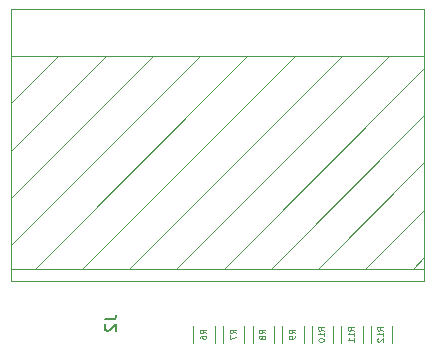
<source format=gbr>
%TF.GenerationSoftware,KiCad,Pcbnew,(6.0.0-0)*%
%TF.CreationDate,2021-12-30T08:19:41+00:00*%
%TF.ProjectId,EnvMon,456e764d-6f6e-42e6-9b69-6361645f7063,4*%
%TF.SameCoordinates,Original*%
%TF.FileFunction,Legend,Bot*%
%TF.FilePolarity,Positive*%
%FSLAX46Y46*%
G04 Gerber Fmt 4.6, Leading zero omitted, Abs format (unit mm)*
G04 Created by KiCad (PCBNEW (6.0.0-0)) date 2021-12-30 08:19:41*
%MOMM*%
%LPD*%
G01*
G04 APERTURE LIST*
%ADD10C,0.150000*%
%ADD11C,0.080000*%
%ADD12C,0.120000*%
G04 APERTURE END LIST*
D10*
%TO.C,J2*%
X103112380Y-95666666D02*
X103826666Y-95666666D01*
X103969523Y-95619047D01*
X104064761Y-95523809D01*
X104112380Y-95380952D01*
X104112380Y-95285714D01*
X103207619Y-96095238D02*
X103160000Y-96142857D01*
X103112380Y-96238095D01*
X103112380Y-96476190D01*
X103160000Y-96571428D01*
X103207619Y-96619047D01*
X103302857Y-96666666D01*
X103398095Y-96666666D01*
X103540952Y-96619047D01*
X104112380Y-96047619D01*
X104112380Y-96666666D01*
D11*
%TO.C,R12*%
X126706190Y-96628571D02*
X126468095Y-96461904D01*
X126706190Y-96342857D02*
X126206190Y-96342857D01*
X126206190Y-96533333D01*
X126230000Y-96580952D01*
X126253809Y-96604761D01*
X126301428Y-96628571D01*
X126372857Y-96628571D01*
X126420476Y-96604761D01*
X126444285Y-96580952D01*
X126468095Y-96533333D01*
X126468095Y-96342857D01*
X126706190Y-97104761D02*
X126706190Y-96819047D01*
X126706190Y-96961904D02*
X126206190Y-96961904D01*
X126277619Y-96914285D01*
X126325238Y-96866666D01*
X126349047Y-96819047D01*
X126253809Y-97295238D02*
X126230000Y-97319047D01*
X126206190Y-97366666D01*
X126206190Y-97485714D01*
X126230000Y-97533333D01*
X126253809Y-97557142D01*
X126301428Y-97580952D01*
X126349047Y-97580952D01*
X126420476Y-97557142D01*
X126706190Y-97271428D01*
X126706190Y-97580952D01*
%TO.C,R11*%
X124206190Y-96628571D02*
X123968095Y-96461904D01*
X124206190Y-96342857D02*
X123706190Y-96342857D01*
X123706190Y-96533333D01*
X123730000Y-96580952D01*
X123753809Y-96604761D01*
X123801428Y-96628571D01*
X123872857Y-96628571D01*
X123920476Y-96604761D01*
X123944285Y-96580952D01*
X123968095Y-96533333D01*
X123968095Y-96342857D01*
X124206190Y-97104761D02*
X124206190Y-96819047D01*
X124206190Y-96961904D02*
X123706190Y-96961904D01*
X123777619Y-96914285D01*
X123825238Y-96866666D01*
X123849047Y-96819047D01*
X124206190Y-97580952D02*
X124206190Y-97295238D01*
X124206190Y-97438095D02*
X123706190Y-97438095D01*
X123777619Y-97390476D01*
X123825238Y-97342857D01*
X123849047Y-97295238D01*
%TO.C,R10*%
X121706190Y-96628571D02*
X121468095Y-96461904D01*
X121706190Y-96342857D02*
X121206190Y-96342857D01*
X121206190Y-96533333D01*
X121230000Y-96580952D01*
X121253809Y-96604761D01*
X121301428Y-96628571D01*
X121372857Y-96628571D01*
X121420476Y-96604761D01*
X121444285Y-96580952D01*
X121468095Y-96533333D01*
X121468095Y-96342857D01*
X121706190Y-97104761D02*
X121706190Y-96819047D01*
X121706190Y-96961904D02*
X121206190Y-96961904D01*
X121277619Y-96914285D01*
X121325238Y-96866666D01*
X121349047Y-96819047D01*
X121206190Y-97414285D02*
X121206190Y-97461904D01*
X121230000Y-97509523D01*
X121253809Y-97533333D01*
X121301428Y-97557142D01*
X121396666Y-97580952D01*
X121515714Y-97580952D01*
X121610952Y-97557142D01*
X121658571Y-97533333D01*
X121682380Y-97509523D01*
X121706190Y-97461904D01*
X121706190Y-97414285D01*
X121682380Y-97366666D01*
X121658571Y-97342857D01*
X121610952Y-97319047D01*
X121515714Y-97295238D01*
X121396666Y-97295238D01*
X121301428Y-97319047D01*
X121253809Y-97342857D01*
X121230000Y-97366666D01*
X121206190Y-97414285D01*
%TO.C,R9*%
X119206190Y-96866666D02*
X118968095Y-96700000D01*
X119206190Y-96580952D02*
X118706190Y-96580952D01*
X118706190Y-96771428D01*
X118730000Y-96819047D01*
X118753809Y-96842857D01*
X118801428Y-96866666D01*
X118872857Y-96866666D01*
X118920476Y-96842857D01*
X118944285Y-96819047D01*
X118968095Y-96771428D01*
X118968095Y-96580952D01*
X119206190Y-97104761D02*
X119206190Y-97200000D01*
X119182380Y-97247619D01*
X119158571Y-97271428D01*
X119087142Y-97319047D01*
X118991904Y-97342857D01*
X118801428Y-97342857D01*
X118753809Y-97319047D01*
X118730000Y-97295238D01*
X118706190Y-97247619D01*
X118706190Y-97152380D01*
X118730000Y-97104761D01*
X118753809Y-97080952D01*
X118801428Y-97057142D01*
X118920476Y-97057142D01*
X118968095Y-97080952D01*
X118991904Y-97104761D01*
X119015714Y-97152380D01*
X119015714Y-97247619D01*
X118991904Y-97295238D01*
X118968095Y-97319047D01*
X118920476Y-97342857D01*
%TO.C,R8*%
X116706190Y-96866666D02*
X116468095Y-96700000D01*
X116706190Y-96580952D02*
X116206190Y-96580952D01*
X116206190Y-96771428D01*
X116230000Y-96819047D01*
X116253809Y-96842857D01*
X116301428Y-96866666D01*
X116372857Y-96866666D01*
X116420476Y-96842857D01*
X116444285Y-96819047D01*
X116468095Y-96771428D01*
X116468095Y-96580952D01*
X116420476Y-97152380D02*
X116396666Y-97104761D01*
X116372857Y-97080952D01*
X116325238Y-97057142D01*
X116301428Y-97057142D01*
X116253809Y-97080952D01*
X116230000Y-97104761D01*
X116206190Y-97152380D01*
X116206190Y-97247619D01*
X116230000Y-97295238D01*
X116253809Y-97319047D01*
X116301428Y-97342857D01*
X116325238Y-97342857D01*
X116372857Y-97319047D01*
X116396666Y-97295238D01*
X116420476Y-97247619D01*
X116420476Y-97152380D01*
X116444285Y-97104761D01*
X116468095Y-97080952D01*
X116515714Y-97057142D01*
X116610952Y-97057142D01*
X116658571Y-97080952D01*
X116682380Y-97104761D01*
X116706190Y-97152380D01*
X116706190Y-97247619D01*
X116682380Y-97295238D01*
X116658571Y-97319047D01*
X116610952Y-97342857D01*
X116515714Y-97342857D01*
X116468095Y-97319047D01*
X116444285Y-97295238D01*
X116420476Y-97247619D01*
%TO.C,R7*%
X114206190Y-96866666D02*
X113968095Y-96700000D01*
X114206190Y-96580952D02*
X113706190Y-96580952D01*
X113706190Y-96771428D01*
X113730000Y-96819047D01*
X113753809Y-96842857D01*
X113801428Y-96866666D01*
X113872857Y-96866666D01*
X113920476Y-96842857D01*
X113944285Y-96819047D01*
X113968095Y-96771428D01*
X113968095Y-96580952D01*
X113706190Y-97033333D02*
X113706190Y-97366666D01*
X114206190Y-97152380D01*
%TO.C,R6*%
X111706190Y-96866666D02*
X111468095Y-96700000D01*
X111706190Y-96580952D02*
X111206190Y-96580952D01*
X111206190Y-96771428D01*
X111230000Y-96819047D01*
X111253809Y-96842857D01*
X111301428Y-96866666D01*
X111372857Y-96866666D01*
X111420476Y-96842857D01*
X111444285Y-96819047D01*
X111468095Y-96771428D01*
X111468095Y-96580952D01*
X111206190Y-97295238D02*
X111206190Y-97200000D01*
X111230000Y-97152380D01*
X111253809Y-97128571D01*
X111325238Y-97080952D01*
X111420476Y-97057142D01*
X111610952Y-97057142D01*
X111658571Y-97080952D01*
X111682380Y-97104761D01*
X111706190Y-97152380D01*
X111706190Y-97247619D01*
X111682380Y-97295238D01*
X111658571Y-97319047D01*
X111610952Y-97342857D01*
X111491904Y-97342857D01*
X111444285Y-97319047D01*
X111420476Y-97295238D01*
X111396666Y-97247619D01*
X111396666Y-97152380D01*
X111420476Y-97104761D01*
X111444285Y-97080952D01*
X111491904Y-97057142D01*
D12*
%TO.C,M1*%
X130200000Y-69400000D02*
X95200000Y-69400000D01*
X95200000Y-69400000D02*
X95200000Y-92400000D01*
X95200000Y-92400000D02*
X130200000Y-92400000D01*
X130200000Y-92400000D02*
X130200000Y-69400000D01*
X95200000Y-73400000D02*
X130200000Y-73400000D01*
X95200000Y-91400000D02*
X130200000Y-91400000D01*
X95200000Y-77400000D02*
X99200000Y-73400000D01*
X95200000Y-81400000D02*
X103200000Y-73400000D01*
X95200000Y-85400000D02*
X107200000Y-73400000D01*
X95200000Y-89400000D02*
X111200000Y-73400000D01*
X97200000Y-91400000D02*
X115200000Y-73400000D01*
X101200000Y-91400000D02*
X119200000Y-73400000D01*
X105200000Y-91400000D02*
X123200000Y-73400000D01*
X109200000Y-91400000D02*
X127200000Y-73400000D01*
X113200000Y-91400000D02*
X130200000Y-74400000D01*
X117200000Y-91400000D02*
X130200000Y-78400000D01*
X121200000Y-91400000D02*
X130200000Y-82400000D01*
X125200000Y-91400000D02*
X130200000Y-86400000D01*
X129200000Y-91400000D02*
X130200000Y-90400000D01*
%TO.C,R12*%
X125640000Y-96222936D02*
X125640000Y-97677064D01*
X127460000Y-96222936D02*
X127460000Y-97677064D01*
%TO.C,R11*%
X123140000Y-96222936D02*
X123140000Y-97677064D01*
X124960000Y-96222936D02*
X124960000Y-97677064D01*
%TO.C,R10*%
X120640000Y-96222936D02*
X120640000Y-97677064D01*
X122460000Y-96222936D02*
X122460000Y-97677064D01*
%TO.C,R9*%
X118140000Y-96222936D02*
X118140000Y-97677064D01*
X119960000Y-96222936D02*
X119960000Y-97677064D01*
%TO.C,R8*%
X115640000Y-96222936D02*
X115640000Y-97677064D01*
X117460000Y-96222936D02*
X117460000Y-97677064D01*
%TO.C,R7*%
X113140000Y-96222936D02*
X113140000Y-97677064D01*
X114960000Y-96222936D02*
X114960000Y-97677064D01*
%TO.C,R6*%
X110640000Y-96222936D02*
X110640000Y-97677064D01*
X112460000Y-96222936D02*
X112460000Y-97677064D01*
%TD*%
M02*

</source>
